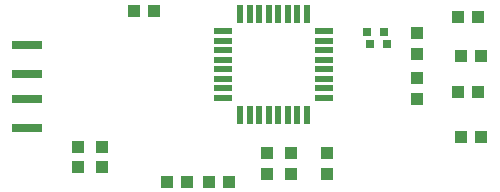
<source format=gbr>
G04 EAGLE Gerber RS-274X export*
G75*
%MOMM*%
%FSLAX34Y34*%
%LPD*%
%INSolderpaste Top*%
%IPPOS*%
%AMOC8*
5,1,8,0,0,1.08239X$1,22.5*%
G01*
%ADD10R,1.100000X1.000000*%
%ADD11R,1.500000X0.600000*%
%ADD12R,0.600000X1.500000*%
%ADD13R,2.500000X0.800000*%
%ADD14R,0.800000X0.800000*%
%ADD15R,1.000000X1.100000*%


D10*
X229480Y71120D03*
X212480Y71120D03*
X176920Y71120D03*
X193920Y71120D03*
D11*
X224200Y198180D03*
X224200Y190180D03*
X224200Y182180D03*
X224200Y174180D03*
X224200Y166180D03*
X224200Y158180D03*
X224200Y150180D03*
X224200Y142180D03*
D12*
X238700Y127680D03*
X246700Y127680D03*
X254700Y127680D03*
X262700Y127680D03*
X270700Y127680D03*
X278700Y127680D03*
X286700Y127680D03*
X294700Y127680D03*
D11*
X309200Y142180D03*
X309200Y150180D03*
X309200Y158180D03*
X309200Y166180D03*
X309200Y174180D03*
X309200Y182180D03*
X309200Y190180D03*
X309200Y198180D03*
D12*
X294700Y212680D03*
X286700Y212680D03*
X278700Y212680D03*
X270700Y212680D03*
X262700Y212680D03*
X254700Y212680D03*
X246700Y212680D03*
X238700Y212680D03*
D13*
X57760Y161870D03*
X57760Y141330D03*
X57760Y187108D03*
X57760Y116600D03*
D14*
X348100Y187960D03*
X363100Y187960D03*
X345560Y198120D03*
X360560Y198120D03*
D10*
X148980Y215900D03*
X165980Y215900D03*
D15*
X388620Y141360D03*
X388620Y158360D03*
X261620Y77860D03*
X261620Y94860D03*
X281940Y77860D03*
X281940Y94860D03*
D10*
X425840Y177800D03*
X442840Y177800D03*
X425840Y109220D03*
X442840Y109220D03*
X423300Y147320D03*
X440300Y147320D03*
X440300Y210820D03*
X423300Y210820D03*
D15*
X388620Y179460D03*
X388620Y196460D03*
X312420Y94860D03*
X312420Y77860D03*
X121920Y100530D03*
X121920Y83350D03*
X101600Y100530D03*
X101600Y83350D03*
M02*

</source>
